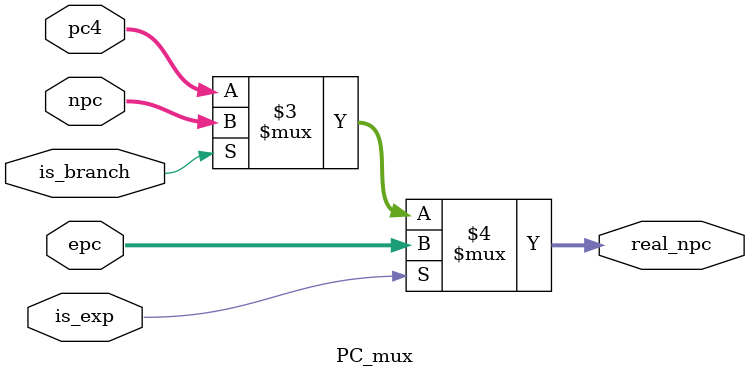
<source format=v>
`timescale 1ns / 1ps


module PC_mux(
            input [31:0] npc,
            input [31:0] epc,
            input [31:0] pc4,
            input is_exp,
            input is_branch,
            output [31:0] real_npc
    );
    
            assign real_npc = (is_exp == 1'b1)      ?       epc         :
                                        (is_branch == 1'b1)  ?      npc         :         pc4;
endmodule

</source>
